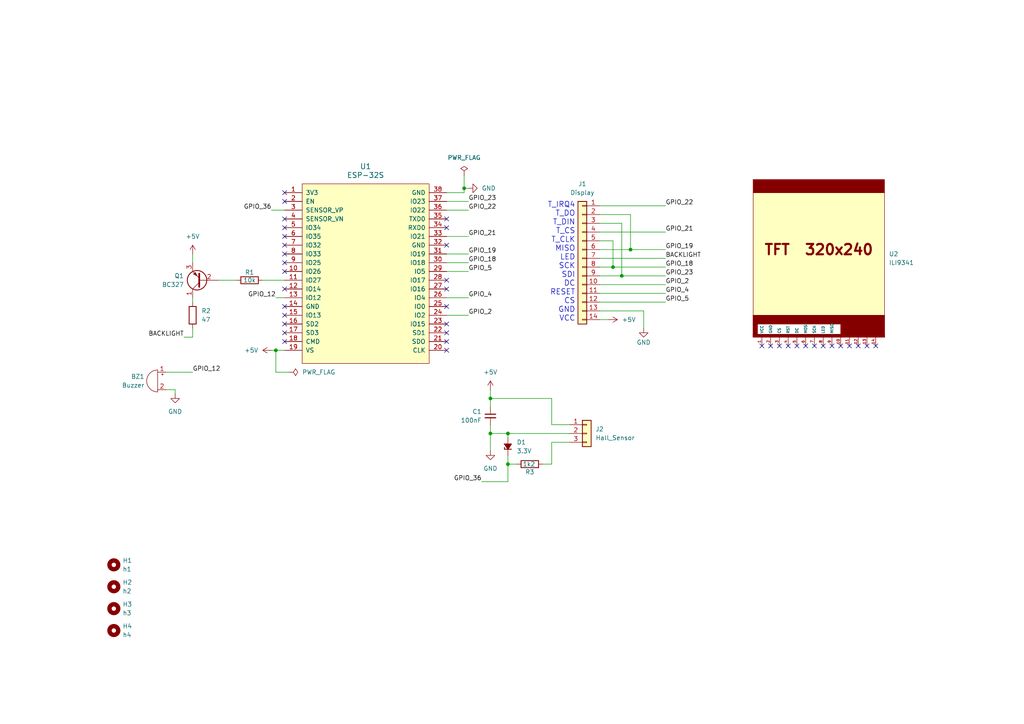
<source format=kicad_sch>
(kicad_sch (version 20231120) (generator "eeschema") (generator_version "8.0")
  (paper "A4")
  (title_block (title "Simulador RCP - Shield NodeMCU Esp32") (date "2024-12-14") (rev "1.0") (comment 2 "para el prototipo del simulador de RCP neonatal") (comment 3 "Diseño de un shield (poncho) para el NodeMCU ESP32"))
  (lib_symbols
    (symbol "Connector_Generic:Conn_01x03" (pin_names (offset 1.016) hide)
      (property "Reference" "J" (at 0 5.08 0))
      (property "Value" "Conn_01x03" (at 0 -5.08 0))
      (symbol "Conn_01x03_1_1"
        (rectangle (start -1.27 -2.413) (end 0 -2.667) (stroke (width 0.1524)))
        (rectangle (start -1.27 0.127) (end 0 -0.127) (stroke (width 0.1524)))
        (rectangle (start -1.27 2.667) (end 0 2.413) (stroke (width 0.1524)))
        (rectangle (start -1.27 3.81) (end 1.27 -3.81) (stroke (width 0.254)) (fill (type background)))
        (pin passive line (at -5.08 2.54 0) (length 3.81) (name "Pin_1") (number "1"))
        (pin passive line (at -5.08 0 0) (length 3.81) (name "Pin_2") (number "2"))
        (pin passive line (at -5.08 -2.54 0) (length 3.81) (name "Pin_3") (number "3"))
      )
    )
    (symbol "Connector_Generic:Conn_01x14" (pin_names (offset 1.016) hide)
      (property "Reference" "J" (at 0 17.78 0))
      (property "Value" "Conn_01x14" (at 0 -20.32 0))
      (symbol "Conn_01x14_1_1"
        (rectangle (start -1.27 -17.653) (end 0 -17.907) (stroke (width 0.1524)))
        (rectangle (start -1.27 -15.113) (end 0 -15.367) (stroke (width 0.1524)))
        (rectangle (start -1.27 -12.573) (end 0 -12.827) (stroke (width 0.1524)))
        (rectangle (start -1.27 -10.033) (end 0 -10.287) (stroke (width 0.1524)))
        (rectangle (start -1.27 -7.493) (end 0 -7.747) (stroke (width 0.1524)))
        (rectangle (start -1.27 -4.953) (end 0 -5.207) (stroke (width 0.1524)))
        (rectangle (start -1.27 -2.413) (end 0 -2.667) (stroke (width 0.1524)))
        (rectangle (start -1.27 0.127) (end 0 -0.127) (stroke (width 0.1524)))
        (rectangle (start -1.27 2.667) (end 0 2.413) (stroke (width 0.1524)))
        (rectangle (start -1.27 5.207) (end 0 4.953) (stroke (width 0.1524)))
        (rectangle (start -1.27 7.747) (end 0 7.493) (stroke (width 0.1524)))
        (rectangle (start -1.27 10.287) (end 0 10.033) (stroke (width 0.1524)))
        (rectangle (start -1.27 12.827) (end 0 12.573) (stroke (width 0.1524)))
        (rectangle (start -1.27 15.367) (end 0 15.113) (stroke (width 0.1524)))
        (rectangle (start -1.27 16.51) (end 1.27 -19.05) (stroke (width 0.254)) (fill (type background)))
        (pin passive line (at -5.08 15.24 0) (length 3.81) (name "Pin_1") (number "1"))
        (pin passive line (at -5.08 -7.62 0) (length 3.81) (name "Pin_10") (number "10"))
        (pin passive line (at -5.08 -10.16 0) (length 3.81) (name "Pin_11") (number "11"))
        (pin passive line (at -5.08 -12.7 0) (length 3.81) (name "Pin_12") (number "12"))
        (pin passive line (at -5.08 -15.24 0) (length 3.81) (name "Pin_13") (number "13"))
        (pin passive line (at -5.08 -17.78 0) (length 3.81) (name "Pin_14") (number "14"))
        (pin passive line (at -5.08 12.7 0) (length 3.81) (name "Pin_2") (number "2"))
        (pin passive line (at -5.08 10.16 0) (length 3.81) (name "Pin_3") (number "3"))
        (pin passive line (at -5.08 7.62 0) (length 3.81) (name "Pin_4") (number "4"))
        (pin passive line (at -5.08 5.08 0) (length 3.81) (name "Pin_5") (number "5"))
        (pin passive line (at -5.08 2.54 0) (length 3.81) (name "Pin_6") (number "6"))
        (pin passive line (at -5.08 0 0) (length 3.81) (name "Pin_7") (number "7"))
        (pin passive line (at -5.08 -2.54 0) (length 3.81) (name "Pin_8") (number "8"))
        (pin passive line (at -5.08 -5.08 0) (length 3.81) (name "Pin_9") (number "9"))
      )
    )
    (symbol "Device:Buzzer" (pin_names (offset 0.0254) hide)
      (property "Reference" "BZ" (at 3.81 1.27 0))
      (property "Value" "Buzzer" (at 3.81 -1.27 0))
      (symbol "Buzzer_0_1"
        (arc (start 0 -3.175) (mid 3.1612 0) (end 0 3.175))
        (polyline (pts (xy -1.651 1.905) (xy -1.143 1.905)))
        (polyline (pts (xy -1.397 2.159) (xy -1.397 1.651)))
        (polyline (pts (xy 0 3.175) (xy 0 -3.175)))
      )
      (symbol "Buzzer_1_1"
        (pin passive line (at -2.54 2.54 0) (length 2.54) (name "+") (number "1"))
        (pin passive line (at -2.54 -2.54 0) (length 2.54) (name "-") (number "2"))
      )
    )
    (symbol "Device:C_Small" (pin_numbers hide) (pin_names (offset 0.254) hide)
      (property "Reference" "C" (at 0.254 1.778 0))
      (property "Value" "C_Small" (at 0.254 -2.032 0))
      (symbol "C_Small_0_1"
        (polyline (pts (xy -1.524 -0.508) (xy 1.524 -0.508)) (stroke (width 0.3302)))
        (polyline (pts (xy -1.524 0.508) (xy 1.524 0.508)) (stroke (width 0.3048)))
      )
      (symbol "C_Small_1_1"
        (pin passive line (at 0 2.54 270) (length 2.032) (name "~") (number "1"))
        (pin passive line (at 0 -2.54 90) (length 2.032) (name "~") (number "2"))
      )
    )
    (symbol "Device:D_Zener_Small_Filled" (pin_numbers hide) (pin_names (offset 0.254) hide)
      (property "Reference" "D" (at 0 2.286 0))
      (property "Value" "D_Zener_Small_Filled" (at 0 -2.286 0))
      (symbol "D_Zener_Small_Filled_0_1"
        (polyline (pts (xy 0.762 0) (xy -0.762 0)))
        (polyline (pts (xy -0.254 1.016) (xy -0.762 1.016) (xy -0.762 -1.016)) (stroke (width 0.254)))
        (polyline (pts (xy 0.762 1.016) (xy -0.762 0) (xy 0.762 -1.016) (xy 0.762 1.016)) (stroke (width 0.254)) (fill (type outline)))
      )
      (symbol "D_Zener_Small_Filled_1_1"
        (pin passive line (at -2.54 0 0) (length 1.778) (name "K") (number "1"))
        (pin passive line (at 2.54 0 180) (length 1.778) (name "A") (number "2"))
      )
    )
    (symbol "Device:R" (pin_numbers hide) (pin_names (offset 0))
      (property "Reference" "R" (at 2.032 0 90))
      (property "Value" "R" (at 0 0 90))
      (symbol "R_0_1"
        (rectangle (start -1.016 -2.54) (end 1.016 2.54) (stroke (width 0.254)))
      )
      (symbol "R_1_1"
        (pin passive line (at 0 3.81 270) (length 1.27) (name "~") (number "1"))
        (pin passive line (at 0 -3.81 90) (length 1.27) (name "~") (number "2"))
      )
    )
    (symbol "Mechanical:MountingHole" (pin_names (offset 1.016)) (exclude_from_sim yes) (in_bom no)
      (property "Reference" "H" (at 0 5.08 0))
      (property "Value" "MountingHole" (at 0 3.175 0))
      (symbol "MountingHole_0_1"
        (circle (center 0 0) (radius 1.27) (stroke (width 1.27)))
      )
    )
    (symbol "Transistor_BJT:BC327" (pin_names (offset 0) hide)
      (property "Reference" "Q" (at 5.08 1.905 0))
      (property "Value" "BC327" (at 5.08 0 0))
      (symbol "BC327_0_1"
        (polyline (pts (xy 0.635 0.635) (xy 2.54 2.54)))
        (polyline (pts (xy 0.635 -0.635) (xy 2.54 -2.54) (xy 2.54 -2.54)))
        (polyline (pts (xy 0.635 1.905) (xy 0.635 -1.905) (xy 0.635 -1.905)) (stroke (width 0.508)))
        (polyline (pts (xy 2.286 -1.778) (xy 1.778 -2.286) (xy 1.27 -1.27) (xy 2.286 -1.778) (xy 2.286 -1.778)) (fill (type outline)))
        (circle (center 1.27 0) (radius 2.8194) (stroke (width 0.254)))
      )
      (symbol "BC327_1_1"
        (pin passive line (at 2.54 5.08 270) (length 2.54) (name "C") (number "1"))
        (pin input line (at -5.08 0 0) (length 5.715) (name "B") (number "2"))
        (pin passive line (at 2.54 -5.08 90) (length 2.54) (name "E") (number "3"))
      )
    )
    (symbol "licho_displays:TFT_320x240" (pin_names (offset 1.016))
      (property "Reference" "U?" (at 20.32 25.4001 0))
      (property "Value" "TFT_320x240" (at 20.32 22.8601 0))
      (property "Footprint" "z_Devices:TFT-320x240" (at 20.32 20.3201 0))
      (symbol "TFT_320x240_0_0"
        (text "TFT  320x240" (at 0 25.4 0) (effects (font (size 2.9972 2.9972) (bold yes))))
      )
      (symbol "TFT_320x240_0_1"
        (rectangle (start -19.05 0) (end 19.05 0.8382) (fill (type outline)))
        (rectangle (start -19.05 0) (end 19.05 6.35))
        (rectangle (start -19.05 6.35) (end 19.05 3.81) (fill (type outline)))
        (rectangle (start -19.05 6.35) (end 19.05 41.91) (fill (type background)))
        (rectangle (start -19.05 41.91) (end 19.05 45.72) (fill (type outline)))
        (rectangle (start -17.78 0) (end -19.05 3.81) (fill (type outline)))
        (rectangle (start 19.05 0) (end 6.35 3.81) (fill (type outline)))
      )
      (symbol "TFT_320x240_1_1"
        (pin power_in line (at -16.51 -2.54 90) (length 2.54) (name "VCC") (number "1"))
        (pin bidirectional line (at 6.35 -2.54 90) (length 2.54) (name "~") (number "10"))
        (pin bidirectional line (at 8.89 -2.54 90) (length 2.54) (name "~") (number "11"))
        (pin bidirectional line (at 11.43 -2.54 90) (length 2.54) (name "~") (number "12"))
        (pin bidirectional line (at 13.97 -2.54 90) (length 2.54) (name "~") (number "13"))
        (pin bidirectional line (at 16.51 -2.54 90) (length 2.54) (name "~") (number "14"))
        (pin bidirectional line (at -13.97 -2.54 90) (length 2.54) (name "GND") (number "2"))
        (pin bidirectional line (at -11.43 -2.54 90) (length 2.54) (name "CS") (number "3"))
        (pin bidirectional line (at -8.89 -2.54 90) (length 2.54) (name "RST") (number "4"))
        (pin bidirectional line (at -6.35 -2.54 90) (length 2.54) (name "DC") (number "5"))
        (pin bidirectional line (at -3.81 -2.54 90) (length 2.54) (name "MOSI") (number "6"))
        (pin bidirectional line (at -1.27 -2.54 90) (length 2.54) (name "SCK") (number "7"))
        (pin power_in line (at 1.27 -2.54 90) (length 2.54) (name "LED") (number "8"))
        (pin bidirectional line (at 3.81 -2.54 90) (length 2.54) (name "MISO") (number "9"))
      )
    )
    (symbol "licho_ponchos:ESP-32S-NodeMCU_38pins" (pin_names (offset 1.016))
      (property "Reference" "U1" (at -0.635 35.2298 0))
      (property "Value" "ESP-32S" (at -0.635 32.5374 0))
      (symbol "ESP-32S-NodeMCU_38pins_0_1"
        (rectangle (start -19.05 30.48) (end 17.78 -21.59) (fill (type background)))
      )
      (symbol "ESP-32S-NodeMCU_38pins_1_1"
        (pin power_in line (at -24.13 27.94 0) (length 5.08) (name "3V3") (number "1"))
        (pin bidirectional line (at -24.13 5.08 0) (length 5.08) (name "IO26") (number "10"))
        (pin bidirectional line (at -24.13 2.54 0) (length 5.08) (name "IO27") (number "11"))
        (pin bidirectional line (at -24.13 0 0) (length 5.08) (name "IO14") (number "12"))
        (pin bidirectional line (at -24.13 -2.54 0) (length 5.08) (name "IO12") (number "13"))
        (pin power_in line (at -24.13 -5.08 0) (length 5.08) (name "GND") (number "14"))
        (pin bidirectional line (at -24.13 -7.62 0) (length 5.08) (name "IO13") (number "15"))
        (pin bidirectional line (at -24.13 -10.16 0) (length 5.08) (name "SD2") (number "16"))
        (pin bidirectional line (at -24.13 -12.7 0) (length 5.08) (name "SD3") (number "17"))
        (pin bidirectional line (at -24.13 -15.24 0) (length 5.08) (name "CMD") (number "18"))
        (pin power_in line (at -24.13 -17.78 0) (length 5.08) (name "VS") (number "19"))
        (pin input line (at -24.13 25.4 0) (length 5.08) (name "EN") (number "2"))
        (pin input line (at 22.86 -17.78 180) (length 5.08) (name "CLK") (number "20"))
        (pin bidirectional line (at 22.86 -15.24 180) (length 5.08) (name "SDO") (number "21"))
        (pin bidirectional line (at 22.86 -12.7 180) (length 5.08) (name "SD1") (number "22"))
        (pin bidirectional line (at 22.86 -10.16 180) (length 5.08) (name "IO15") (number "23"))
        (pin bidirectional line (at 22.86 -7.62 180) (length 5.08) (name "IO2") (number "24"))
        (pin bidirectional line (at 22.86 -5.08 180) (length 5.08) (name "IO0") (number "25"))
        (pin input line (at 22.86 -2.54 180) (length 5.08) (name "IO4") (number "26"))
        (pin bidirectional line (at 22.86 0 180) (length 5.08) (name "IO16") (number "27"))
        (pin bidirectional line (at 22.86 2.54 180) (length 5.08) (name "IO17") (number "28"))
        (pin bidirectional line (at 22.86 5.08 180) (length 5.08) (name "IO5") (number "29"))
        (pin input line (at -24.13 22.86 0) (length 5.08) (name "SENSOR_VP") (number "3"))
        (pin input line (at 22.86 7.62 180) (length 5.08) (name "IO18") (number "30"))
        (pin bidirectional line (at 22.86 10.16 180) (length 5.08) (name "IO19") (number "31"))
        (pin power_in line (at 22.86 12.7 180) (length 5.08) (name "GND") (number "32"))
        (pin bidirectional line (at 22.86 15.24 180) (length 5.08) (name "IO21") (number "33"))
        (pin bidirectional line (at 22.86 17.78 180) (length 5.08) (name "RXD0") (number "34"))
        (pin bidirectional line (at 22.86 20.32 180) (length 5.08) (name "TXD0") (number "35"))
        (pin bidirectional line (at 22.86 22.86 180) (length 5.08) (name "IO22") (number "36"))
        (pin bidirectional line (at 22.86 25.4 180) (length 5.08) (name "IO23") (number "37"))
        (pin power_in line (at 22.86 27.94 180) (length 5.08) (name "GND") (number "38"))
        (pin input line (at -24.13 20.32 0) (length 5.08) (name "SENSOR_VN") (number "4"))
        (pin bidirectional line (at -24.13 17.78 0) (length 5.08) (name "IO34") (number "5"))
        (pin bidirectional line (at -24.13 15.24 0) (length 5.08) (name "IO35") (number "6"))
        (pin bidirectional line (at -24.13 12.7 0) (length 5.08) (name "IO32") (number "7"))
        (pin bidirectional line (at -24.13 10.16 0) (length 5.08) (name "IO33") (number "8"))
        (pin bidirectional line (at -24.13 7.62 0) (length 5.08) (name "IO25") (number "9"))
      )
    )
    (symbol "power:+5V" (power) (pin_numbers hide) (pin_names (offset 0) hide)
      (property "Value" "+5V" (at 0 3.556 0))
      (symbol "+5V_0_1"
        (polyline (pts (xy -0.762 1.27) (xy 0 2.54)))
        (polyline (pts (xy 0 0) (xy 0 2.54)))
        (polyline (pts (xy 0 2.54) (xy 0.762 1.27)))
      )
      (symbol "+5V_1_1"
        (pin power_in line (at 0 0 90) (length 0) (name "~") (number "1"))
      )
    )
    (symbol "power:GND" (power) (pin_numbers hide) (pin_names (offset 0) hide)
      (property "Value" "GND" (at 0 -3.81 0))
      (symbol "GND_0_1"
        (polyline (pts (xy 0 0) (xy 0 -1.27) (xy 1.27 -1.27) (xy 0 -2.54) (xy -1.27 -1.27) (xy 0 -1.27)))
      )
      (symbol "GND_1_1"
        (pin power_in line (at 0 0 270) (length 0) (name "~") (number "1"))
      )
    )
    (symbol "power:PWR_FLAG" (power) (pin_numbers hide) (pin_names (offset 0) hide)
      (property "Value" "PWR_FLAG" (at 0 3.81 0))
      (symbol "PWR_FLAG_0_0"
        (pin power_out line (at 0 0 90) (length 0) (name "~") (number "1"))
      )
      (symbol "PWR_FLAG_0_1"
        (polyline (pts (xy 0 0) (xy 0 1.27) (xy -1.016 1.905) (xy 0 2.54) (xy 1.016 1.905) (xy 0 1.27)))
      )
    )
  )
  (junction (at 142.24 125.73))
  (junction (at 134.62 54.61))
  (junction (at 80.01 101.6))
  (junction (at 147.32 125.73))
  (junction (at 182.88 72.39))
  (junction (at 177.8 77.47))
  (junction (at 147.32 134.62))
  (junction (at 180.34 80.01))
  (junction (at 142.24 115.57))
  (no_connect (at 129.54 99.06))
  (no_connect (at 226.06 100.33))
  (no_connect (at 129.54 83.82))
  (no_connect (at 129.54 66.04))
  (no_connect (at 129.54 96.52))
  (no_connect (at 82.55 63.5))
  (no_connect (at 248.92 100.33))
  (no_connect (at 82.55 78.74))
  (no_connect (at 129.54 63.5))
  (no_connect (at 82.55 55.88))
  (no_connect (at 82.55 76.2))
  (no_connect (at 241.3 100.33))
  (no_connect (at 82.55 83.82))
  (no_connect (at 251.46 100.33))
  (no_connect (at 129.54 71.12))
  (no_connect (at 82.55 91.44))
  (no_connect (at 246.38 100.33))
  (no_connect (at 82.55 93.98))
  (no_connect (at 82.55 66.04))
  (no_connect (at 238.76 100.33))
  (no_connect (at 223.52 100.33))
  (no_connect (at 228.6 100.33))
  (no_connect (at 129.54 81.28))
  (no_connect (at 220.98 100.33))
  (no_connect (at 129.54 101.6))
  (no_connect (at 82.55 99.06))
  (no_connect (at 129.54 93.98))
  (no_connect (at 82.55 96.52))
  (no_connect (at 233.68 100.33))
  (no_connect (at 82.55 73.66))
  (no_connect (at 129.54 88.9))
  (no_connect (at 243.84 100.33))
  (no_connect (at 82.55 71.12))
  (no_connect (at 254 100.33))
  (no_connect (at 236.22 100.33))
  (no_connect (at 82.55 58.42))
  (no_connect (at 231.14 100.33))
  (no_connect (at 82.55 68.58))
  (no_connect (at 82.55 88.9))
  (wire (pts (xy 182.88 62.23) (xy 182.88 72.39)))
  (wire (pts (xy 182.88 72.39) (xy 173.99 72.39)))
  (wire (pts (xy 142.24 123.19) (xy 142.24 125.73)))
  (wire (pts (xy 80.01 86.36) (xy 82.55 86.36)))
  (wire (pts (xy 193.04 67.31) (xy 173.99 67.31)))
  (wire (pts (xy 55.88 95.25) (xy 55.88 97.79)))
  (wire (pts (xy 193.04 72.39) (xy 182.88 72.39)))
  (wire (pts (xy 78.74 60.96) (xy 82.55 60.96)))
  (wire (pts (xy 139.7 139.7) (xy 147.32 139.7)))
  (wire (pts (xy 76.2 81.28) (xy 82.55 81.28)))
  (wire (pts (xy 147.32 139.7) (xy 147.32 134.62)))
  (wire (pts (xy 134.62 50.8) (xy 134.62 54.61)))
  (wire (pts (xy 160.02 128.27) (xy 165.1 128.27)))
  (wire (pts (xy 135.89 78.74) (xy 129.54 78.74)))
  (wire (pts (xy 48.26 107.95) (xy 55.88 107.95)))
  (wire (pts (xy 135.89 58.42) (xy 129.54 58.42)))
  (wire (pts (xy 180.34 64.77) (xy 180.34 80.01)))
  (wire (pts (xy 193.04 80.01) (xy 180.34 80.01)))
  (wire (pts (xy 193.04 77.47) (xy 177.8 77.47)))
  (wire (pts (xy 173.99 64.77) (xy 180.34 64.77)))
  (wire (pts (xy 55.88 73.66) (xy 55.88 76.2)))
  (wire (pts (xy 176.53 92.71) (xy 173.99 92.71)))
  (wire (pts (xy 160.02 115.57) (xy 160.02 123.19)))
  (wire (pts (xy 173.99 62.23) (xy 182.88 62.23)))
  (wire (pts (xy 173.99 69.85) (xy 177.8 69.85)))
  (wire (pts (xy 186.69 95.25) (xy 186.69 90.17)))
  (wire (pts (xy 193.04 74.93) (xy 173.99 74.93)))
  (wire (pts (xy 147.32 125.73) (xy 165.1 125.73)))
  (wire (pts (xy 142.24 118.11) (xy 142.24 115.57)))
  (wire (pts (xy 134.62 54.61) (xy 135.89 54.61)))
  (wire (pts (xy 177.8 69.85) (xy 177.8 77.47)))
  (wire (pts (xy 134.62 54.61) (xy 134.62 55.88)))
  (wire (pts (xy 160.02 123.19) (xy 165.1 123.19)))
  (wire (pts (xy 142.24 125.73) (xy 147.32 125.73)))
  (wire (pts (xy 135.89 91.44) (xy 129.54 91.44)))
  (wire (pts (xy 135.89 60.96) (xy 129.54 60.96)))
  (wire (pts (xy 177.8 77.47) (xy 173.99 77.47)))
  (wire (pts (xy 63.5 81.28) (xy 68.58 81.28)))
  (wire (pts (xy 135.89 86.36) (xy 129.54 86.36)))
  (wire (pts (xy 50.8 113.03) (xy 48.26 113.03)))
  (wire (pts (xy 78.74 101.6) (xy 80.01 101.6)))
  (wire (pts (xy 147.32 132.08) (xy 147.32 134.62)))
  (wire (pts (xy 80.01 101.6) (xy 82.55 101.6)))
  (wire (pts (xy 147.32 134.62) (xy 149.86 134.62)))
  (wire (pts (xy 83.82 107.95) (xy 80.01 107.95)))
  (wire (pts (xy 135.89 68.58) (xy 129.54 68.58)))
  (wire (pts (xy 157.48 134.62) (xy 160.02 134.62)))
  (wire (pts (xy 193.04 59.69) (xy 173.99 59.69)))
  (wire (pts (xy 80.01 107.95) (xy 80.01 101.6)))
  (wire (pts (xy 55.88 97.79) (xy 53.34 97.79)))
  (wire (pts (xy 142.24 115.57) (xy 160.02 115.57)))
  (wire (pts (xy 142.24 125.73) (xy 142.24 130.81)))
  (wire (pts (xy 134.62 55.88) (xy 129.54 55.88)))
  (wire (pts (xy 180.34 80.01) (xy 173.99 80.01)))
  (wire (pts (xy 50.8 114.3) (xy 50.8 113.03)))
  (wire (pts (xy 186.69 90.17) (xy 173.99 90.17)))
  (wire (pts (xy 55.88 86.36) (xy 55.88 87.63)))
  (wire (pts (xy 135.89 76.2) (xy 129.54 76.2)))
  (wire (pts (xy 193.04 82.55) (xy 173.99 82.55)))
  (wire (pts (xy 147.32 127) (xy 147.32 125.73)))
  (wire (pts (xy 193.04 87.63) (xy 173.99 87.63)))
  (wire (pts (xy 160.02 134.62) (xy 160.02 128.27)))
  (wire (pts (xy 135.89 73.66) (xy 129.54 73.66)))
  (wire (pts (xy 142.24 113.03) (xy 142.24 115.57)))
  (wire (pts (xy 193.04 85.09) (xy 173.99 85.09)))
  (text "T_IRQ4\nT_DO\nT_DIN\nT_CS\nT_CLK\nMISO\nLED\nSCK\nSDI\nDC\nRESET\nCS\nGND\nVCC" (at 166.878 75.946 0) (effects (font (size 1.5748 1.5748)) (justify right)))
  (label "GPIO_12" (at 55.88 107.95 0))
  (label "GPIO_23" (at 193.04 80.01 0))
  (label "GPIO_18" (at 193.04 77.47 0))
  (label "BACKLIGHT" (at 53.34 97.79 180))
  (label "GPIO_19" (at 193.04 72.39 0))
  (label "GPIO_2" (at 135.89 91.44 0))
  (label "GPIO_21" (at 135.89 68.58 0))
  (label "GPIO_2" (at 193.04 82.55 0))
  (label "GPIO_4" (at 193.04 85.09 0))
  (label "GPIO_12" (at 80.01 86.36 180))
  (label "BACKLIGHT" (at 193.04 74.93 0))
  (label "GPIO_22" (at 193.04 59.69 0))
  (label "GPIO_18" (at 135.89 76.2 0))
  (label "GPIO_5" (at 193.04 87.63 0))
  (label "GPIO_36" (at 78.74 60.96 180))
  (label "GPIO_5" (at 135.89 78.74 0))
  (label "GPIO_4" (at 135.89 86.36 0))
  (label "GPIO_22" (at 135.89 60.96 0))
  (label "GPIO_23" (at 135.89 58.42 0))
  (label "GPIO_36" (at 139.7 139.7 180))
  (label "GPIO_21" (at 193.04 67.31 0))
  (label "GPIO_19" (at 135.89 73.66 0))
  (symbol (lib_id "power:+5V") (at 142.24 113.03 0) (unit 1)
    (property "Reference" "#PWR06" (effects (hide yes)))
    (property "Value" "+5V" (at 142.24 107.95 0))
    (property "Description" "Power symbol creates a global label with name \"+5V\"" (effects (hide yes)))
  )
  (symbol (lib_id "Device:R") (at 153.67 134.62 90) (unit 1)
    (property "Reference" "R3" (at 153.67 136.906 90))
    (property "Value" "1k2" (at 153.416 134.62 90))
    (property "Footprint" "Resistor_THT:R_Axial_DIN0207_L6.3mm_D2.5mm_P7.62mm_Horizontal" (effects (hide yes)))
    (property "Description" "Resistor" (effects (hide yes)))
  )
  (symbol (lib_id "power:GND") (at 142.24 130.81 0) (unit 1)
    (property "Reference" "#PWR07" (effects (hide yes)))
    (property "Value" "GND" (at 142.24 135.89 0))
    (property "Description" "Power symbol creates a global label with name \"GND\" , ground" (effects (hide yes)))
  )
  (symbol (lib_id "power:GND") (at 135.89 54.61 90) (unit 1)
    (property "Reference" "#PWR03" (effects (hide yes)))
    (property "Value" "GND" (at 139.7 54.6099 90) (effects (justify right)))
    (property "Description" "Power symbol creates a global label with name \"GND\" , ground" (effects (hide yes)))
  )
  (symbol (lib_id "power:PWR_FLAG") (at 83.82 107.95 270) (unit 1)
    (property "Reference" "#FLG01" (effects (hide yes)))
    (property "Value" "PWR_FLAG" (at 87.63 107.9499 90) (effects (justify left)))
    (property "Description" "Special symbol for telling ERC where power comes from" (effects (hide yes)))
  )
  (symbol (lib_id "Mechanical:MountingHole") (at 33.02 176.53 0) (unit 1) (exclude_from_sim yes) (in_bom no)
    (property "Reference" "H3" (at 35.56 175.2599 0) (effects (justify left)))
    (property "Value" "h3" (at 35.56 177.7999 0) (effects (justify left)))
    (property "Footprint" "MountingHole:MountingHole_3mm" (effects (hide yes)))
    (property "Description" "Mounting Hole without connection" (effects (hide yes)))
  )
  (symbol (lib_id "power:+5V") (at 55.88 73.66 0) (unit 1)
    (property "Reference" "#PWR04" (effects (hide yes)))
    (property "Value" "+5V" (at 55.88 68.58 0))
    (property "Description" "Power symbol creates a global label with name \"+5V\"" (effects (hide yes)))
  )
  (symbol (lib_id "Device:D_Zener_Small_Filled") (at 147.32 129.54 90) (unit 1)
    (property "Reference" "D1" (at 149.86 128.2699 90) (effects (justify right)))
    (property "Value" "3.3V" (at 149.86 130.8099 90) (effects (justify right)))
    (property "Footprint" "Diode_THT:D_DO-35_SOD27_P7.62mm_Horizontal" (effects (hide yes)))
    (property "Description" "Zener diode, small symbol, filled shape" (effects (hide yes)))
  )
  (symbol (lib_id "licho_ponchos:ESP-32S-NodeMCU_38pins") (at 106.68 83.82 0) (unit 1)
    (property "Reference" "U1" (at 106.045 48.26 0) (effects (font (size 1.524 1.524))))
    (property "Value" "ESP-32S" (at 106.045 50.8 0) (effects (font (size 1.524 1.524))))
    (property "Footprint" "miscelaneo_licho:Esp32-S_Wroom32Module_38pins" (effects (hide yes)))
  )
  (symbol (lib_id "power:GND") (at 186.69 95.25 0) (unit 1)
    (property "Reference" "#PWR02" (effects (hide yes)))
    (property "Value" "GND" (at 186.69 99.314 0))
    (property "Description" "Power symbol creates a global label with name \"GND\" , ground" (effects (hide yes)))
  )
  (symbol (lib_id "Device:C_Small") (at 142.24 120.65 0) (mirror y) (unit 1)
    (property "Reference" "C1" (at 139.7 119.3862 0) (effects (justify left)))
    (property "Value" "100nF" (at 139.7 121.9262 0) (effects (justify left)))
    (property "Footprint" "Capacitor_THT:C_Disc_D5.0mm_W2.5mm_P5.00mm" (effects (hide yes)))
    (property "Description" "Unpolarized capacitor, small symbol" (effects (hide yes)))
  )
  (symbol (lib_id "power:PWR_FLAG") (at 134.62 50.8 0) (unit 1)
    (property "Reference" "#FLG02" (effects (hide yes)))
    (property "Value" "PWR_FLAG" (at 134.62 45.72 0))
    (property "Description" "Special symbol for telling ERC where power comes from" (effects (hide yes)))
  )
  (symbol (lib_id "power:GND") (at 50.8 114.3 0) (mirror y) (unit 1)
    (property "Reference" "#PWR08" (effects (hide yes)))
    (property "Value" "GND" (at 50.8 119.38 0))
    (property "Description" "Power symbol creates a global label with name \"GND\" , ground" (effects (hide yes)))
  )
  (symbol (lib_id "Device:R") (at 72.39 81.28 90) (unit 1)
    (property "Reference" "R1" (at 72.39 78.994 90))
    (property "Value" "10k" (at 72.39 81.28 90))
    (property "Footprint" "Resistor_THT:R_Axial_DIN0207_L6.3mm_D2.5mm_P7.62mm_Horizontal" (effects (hide yes)))
    (property "Description" "Resistor" (effects (hide yes)))
  )
  (symbol (lib_id "Mechanical:MountingHole") (at 33.02 182.88 0) (unit 1) (exclude_from_sim yes) (in_bom no)
    (property "Reference" "H4" (at 35.56 181.6099 0) (effects (justify left)))
    (property "Value" "h4" (at 35.56 184.1499 0) (effects (justify left)))
    (property "Footprint" "MountingHole:MountingHole_3mm" (effects (hide yes)))
    (property "Description" "Mounting Hole without connection" (effects (hide yes)))
  )
  (symbol (lib_id "Mechanical:MountingHole") (at 33.02 163.83 0) (unit 1) (exclude_from_sim yes) (in_bom no)
    (property "Reference" "H1" (at 35.56 162.5599 0) (effects (justify left)))
    (property "Value" "h1" (at 35.56 165.0999 0) (effects (justify left)))
    (property "Footprint" "MountingHole:MountingHole_3mm" (effects (hide yes)))
    (property "Description" "Mounting Hole without connection" (effects (hide yes)))
  )
  (symbol (lib_id "Device:Buzzer") (at 45.72 110.49 0) (mirror y) (unit 1)
    (property "Reference" "BZ1" (at 41.91 109.2199 0) (effects (justify left)))
    (property "Value" "Buzzer" (at 41.91 111.7599 0) (effects (justify left)))
    (property "Footprint" "Buzzer_Beeper:Buzzer_12x9.5RM7.6" (effects (hide yes)))
    (property "Description" "Buzzer, polarized" (effects (hide yes)))
  )
  (symbol (lib_id "Transistor_BJT:BC327") (at 58.42 81.28 180) (unit 1)
    (property "Reference" "Q1" (at 53.34 80.0099 0) (effects (justify left)))
    (property "Value" "BC327" (at 53.34 82.5499 0) (effects (justify left)))
    (property "Footprint" "Package_TO_SOT_THT:TO-92_Inline_Wide" (effects (hide yes)))
    (property "Datasheet" "http://www.onsemi.com/pub_link/Collateral/BC327-D.PDF" (effects (hide yes)))
    (property "Description" "0.8A Ic, 45V Vce, PNP Transistor, TO-92" (effects (hide yes)))
  )
  (symbol (lib_id "Connector_Generic:Conn_01x03") (at 170.18 125.73 0) (unit 1)
    (property "Reference" "J2" (at 172.72 124.4599 0) (effects (justify left)))
    (property "Value" "Hall_Sensor" (at 172.72 126.9999 0) (effects (justify left)))
    (property "Footprint" "Connector_PinHeader_2.54mm:PinHeader_1x03_P2.54mm_Vertical" (effects (hide yes)))
    (property "Description" "Generic connector, single row, 01x03, script generated (kicad-library-utils/schlib/autogen/connector/)" (effects (hide yes)))
  )
  (symbol (lib_id "Device:R") (at 55.88 91.44 0) (unit 1)
    (property "Reference" "R2" (at 58.42 90.1699 0) (effects (justify left)))
    (property "Value" "47" (at 58.42 92.7099 0) (effects (justify left)))
    (property "Footprint" "Resistor_THT:R_Axial_DIN0207_L6.3mm_D2.5mm_P7.62mm_Horizontal" (effects (hide yes)))
    (property "Description" "Resistor" (effects (hide yes)))
  )
  (symbol (lib_id "power:+5V") (at 78.74 101.6 90) (unit 1)
    (property "Reference" "#PWR05" (effects (hide yes)))
    (property "Value" "+5V" (at 74.93 101.5999 90) (effects (justify left)))
    (property "Description" "Power symbol creates a global label with name \"+5V\"" (effects (hide yes)))
  )
  (symbol (lib_id "Connector_Generic:Conn_01x14") (at 168.91 74.93 0) (mirror y) (unit 1)
    (property "Reference" "J1" (at 168.91 53.34 0))
    (property "Value" "Display" (at 168.91 55.88 0))
    (property "Footprint" "Connector_PinSocket_2.54mm:PinSocket_1x14_P2.54mm_Vertical_SMD_Pin1Left" (effects (hide yes)))
    (property "Description" "Generic connector, single row, 01x14, script generated (kicad-library-utils/schlib/autogen/connector/)" (effects (hide yes)))
  )
  (symbol (lib_id "Mechanical:MountingHole") (at 33.02 170.18 0) (unit 1) (exclude_from_sim yes) (in_bom no)
    (property "Reference" "H2" (at 35.56 168.9099 0) (effects (justify left)))
    (property "Value" "h2" (at 35.56 171.4499 0) (effects (justify left)))
    (property "Footprint" "MountingHole:MountingHole_3mm" (effects (hide yes)))
    (property "Description" "Mounting Hole without connection" (effects (hide yes)))
  )
  (symbol (lib_id "licho_displays:TFT_320x240") (at 237.49 97.79 0) (unit 1)
    (property "Reference" "U2" (at 257.81 73.6599 0) (effects (justify left)))
    (property "Value" "ILI9341" (at 257.81 76.1999 0) (effects (justify left)))
    (property "Footprint" "miscelaneo_licho:TFT-320x240_ILI9341_TOUCH" (effects (hide yes)))
  )
  (symbol (lib_id "power:+5V") (at 176.53 92.71 270) (mirror x) (unit 1)
    (property "Reference" "#PWR01" (effects (hide yes)))
    (property "Value" "+5V" (at 180.34 92.7099 90) (effects (justify left)))
    (property "Description" "Power symbol creates a global label with name \"+5V\"" (effects (hide yes)))
  )
)
</source>
